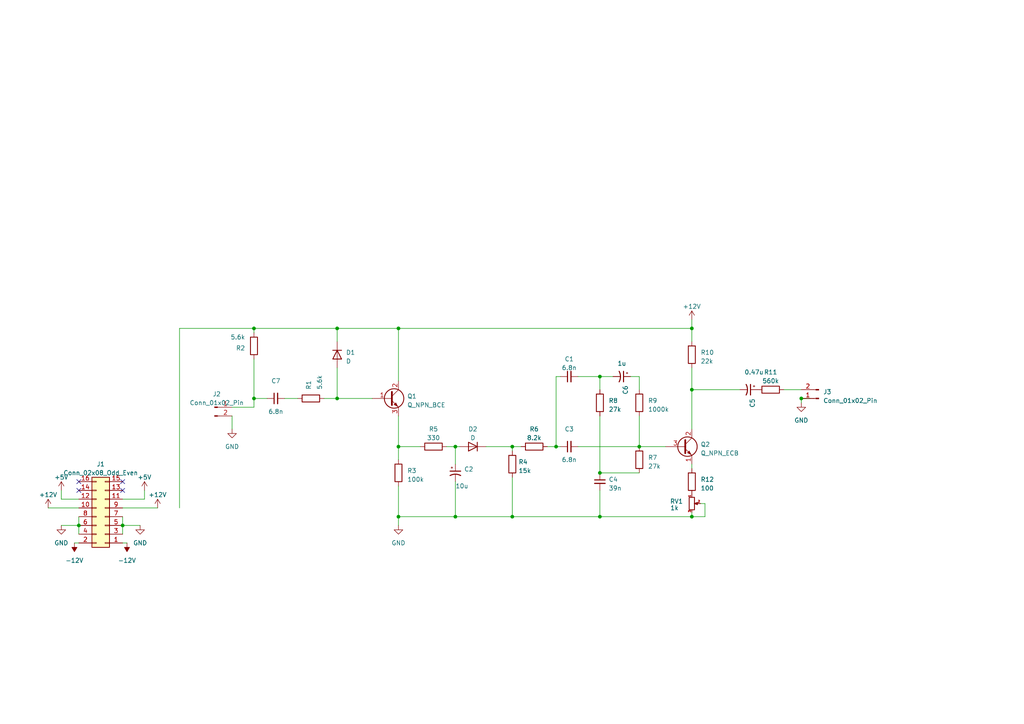
<source format=kicad_sch>
(kicad_sch (version 20230121) (generator eeschema)
  (paper "A4")
  (lib_symbols
    (symbol "Connector:Conn_01x02_Pin" (pin_names (offset 1.016) hide)
      (property "Reference" "J" (at 0 2.54 0))
      (property "Value" "Conn_01x02_Pin" (at 0 -5.08 0))
      (symbol "Conn_01x02_Pin_1_1"
        (polyline (pts (xy 1.27 -2.54) (xy 0.8636 -2.54)) (stroke (width 0.1524)))
        (polyline (pts (xy 1.27 0) (xy 0.8636 0)) (stroke (width 0.1524)))
        (rectangle (start 0.8636 -2.413) (end 0 -2.667) (stroke (width 0.1524)) (fill (type outline)))
        (rectangle (start 0.8636 0.127) (end 0 -0.127) (stroke (width 0.1524)) (fill (type outline)))
        (pin passive line (at 5.08 0 180) (length 3.81) (name "Pin_1") (number "1"))
        (pin passive line (at 5.08 -2.54 180) (length 3.81) (name "Pin_2") (number "2"))
      )
    )
    (symbol "Connector_Generic:Conn_02x08_Odd_Even" (pin_names (offset 1.016) hide)
      (property "Reference" "J" (at 1.27 10.16 0))
      (property "Value" "Conn_02x08_Odd_Even" (at 1.27 -12.7 0))
      (symbol "Conn_02x08_Odd_Even_1_1"
        (rectangle (start -1.27 -10.033) (end 0 -10.287) (stroke (width 0.1524)))
        (rectangle (start -1.27 -7.493) (end 0 -7.747) (stroke (width 0.1524)))
        (rectangle (start -1.27 -4.953) (end 0 -5.207) (stroke (width 0.1524)))
        (rectangle (start -1.27 -2.413) (end 0 -2.667) (stroke (width 0.1524)))
        (rectangle (start -1.27 0.127) (end 0 -0.127) (stroke (width 0.1524)))
        (rectangle (start -1.27 2.667) (end 0 2.413) (stroke (width 0.1524)))
        (rectangle (start -1.27 5.207) (end 0 4.953) (stroke (width 0.1524)))
        (rectangle (start -1.27 7.747) (end 0 7.493) (stroke (width 0.1524)))
        (rectangle (start -1.27 8.89) (end 3.81 -11.43) (stroke (width 0.254)) (fill (type background)))
        (rectangle (start 3.81 -10.033) (end 2.54 -10.287) (stroke (width 0.1524)))
        (rectangle (start 3.81 -7.493) (end 2.54 -7.747) (stroke (width 0.1524)))
        (rectangle (start 3.81 -4.953) (end 2.54 -5.207) (stroke (width 0.1524)))
        (rectangle (start 3.81 -2.413) (end 2.54 -2.667) (stroke (width 0.1524)))
        (rectangle (start 3.81 0.127) (end 2.54 -0.127) (stroke (width 0.1524)))
        (rectangle (start 3.81 2.667) (end 2.54 2.413) (stroke (width 0.1524)))
        (rectangle (start 3.81 5.207) (end 2.54 4.953) (stroke (width 0.1524)))
        (rectangle (start 3.81 7.747) (end 2.54 7.493) (stroke (width 0.1524)))
        (pin passive line (at -5.08 7.62 0) (length 3.81) (name "Pin_1") (number "1"))
        (pin passive line (at 7.62 -2.54 180) (length 3.81) (name "Pin_10") (number "10"))
        (pin passive line (at -5.08 -5.08 0) (length 3.81) (name "Pin_11") (number "11"))
        (pin passive line (at 7.62 -5.08 180) (length 3.81) (name "Pin_12") (number "12"))
        (pin passive line (at -5.08 -7.62 0) (length 3.81) (name "Pin_13") (number "13"))
        (pin passive line (at 7.62 -7.62 180) (length 3.81) (name "Pin_14") (number "14"))
        (pin passive line (at -5.08 -10.16 0) (length 3.81) (name "Pin_15") (number "15"))
        (pin passive line (at 7.62 -10.16 180) (length 3.81) (name "Pin_16") (number "16"))
        (pin passive line (at 7.62 7.62 180) (length 3.81) (name "Pin_2") (number "2"))
        (pin passive line (at -5.08 5.08 0) (length 3.81) (name "Pin_3") (number "3"))
        (pin passive line (at 7.62 5.08 180) (length 3.81) (name "Pin_4") (number "4"))
        (pin passive line (at -5.08 2.54 0) (length 3.81) (name "Pin_5") (number "5"))
        (pin passive line (at 7.62 2.54 180) (length 3.81) (name "Pin_6") (number "6"))
        (pin passive line (at -5.08 0 0) (length 3.81) (name "Pin_7") (number "7"))
        (pin passive line (at 7.62 0 180) (length 3.81) (name "Pin_8") (number "8"))
        (pin passive line (at -5.08 -2.54 0) (length 3.81) (name "Pin_9") (number "9"))
      )
    )
    (symbol "Device:C_Polarized_Small_US" (pin_numbers hide) (pin_names (offset 0.254) hide)
      (property "Reference" "C" (at 0.254 1.778 0))
      (property "Value" "C_Polarized_Small_US" (at 0.254 -2.032 0))
      (symbol "C_Polarized_Small_US_0_1"
        (polyline (pts (xy -1.524 0.508) (xy 1.524 0.508)) (stroke (width 0.3048)))
        (polyline (pts (xy -1.27 1.524) (xy -0.762 1.524)))
        (polyline (pts (xy -1.016 1.27) (xy -1.016 1.778)))
        (arc (start 1.524 -0.762) (mid 0 -0.3734) (end -1.524 -0.762) (stroke (width 0.3048)))
      )
      (symbol "C_Polarized_Small_US_1_1"
        (pin passive line (at 0 2.54 270) (length 2.032) (name "~") (number "1"))
        (pin passive line (at 0 -2.54 90) (length 2.032) (name "~") (number "2"))
      )
    )
    (symbol "Device:C_Small" (pin_numbers hide) (pin_names (offset 0.254) hide)
      (property "Reference" "C" (at 0.254 1.778 0))
      (property "Value" "C_Small" (at 0.254 -2.032 0))
      (symbol "C_Small_0_1"
        (polyline (pts (xy -1.524 -0.508) (xy 1.524 -0.508)) (stroke (width 0.3302)))
        (polyline (pts (xy -1.524 0.508) (xy 1.524 0.508)) (stroke (width 0.3048)))
      )
      (symbol "C_Small_1_1"
        (pin passive line (at 0 2.54 270) (length 2.032) (name "~") (number "1"))
        (pin passive line (at 0 -2.54 90) (length 2.032) (name "~") (number "2"))
      )
    )
    (symbol "Device:D" (pin_numbers hide) (pin_names (offset 1.016) hide)
      (property "Reference" "D" (at 0 2.54 0))
      (property "Value" "D" (at 0 -2.54 0))
      (symbol "D_0_1"
        (polyline (pts (xy -1.27 1.27) (xy -1.27 -1.27)) (stroke (width 0.254)))
        (polyline (pts (xy 1.27 0) (xy -1.27 0)))
        (polyline (pts (xy 1.27 1.27) (xy 1.27 -1.27) (xy -1.27 0) (xy 1.27 1.27)) (stroke (width 0.254)))
      )
      (symbol "D_1_1"
        (pin passive line (at -3.81 0 0) (length 2.54) (name "K") (number "1"))
        (pin passive line (at 3.81 0 180) (length 2.54) (name "A") (number "2"))
      )
    )
    (symbol "Device:Q_NPN_BCE" (pin_names (offset 0) hide)
      (property "Reference" "Q" (at 5.08 1.27 0))
      (property "Value" "Q_NPN_BCE" (at 5.08 -1.27 0))
      (symbol "Q_NPN_BCE_0_1"
        (polyline (pts (xy 0.635 0.635) (xy 2.54 2.54)))
        (polyline (pts (xy 0.635 -0.635) (xy 2.54 -2.54) (xy 2.54 -2.54)))
        (polyline (pts (xy 0.635 1.905) (xy 0.635 -1.905) (xy 0.635 -1.905)) (stroke (width 0.508)))
        (polyline (pts (xy 1.27 -1.778) (xy 1.778 -1.27) (xy 2.286 -2.286) (xy 1.27 -1.778) (xy 1.27 -1.778)) (fill (type outline)))
        (circle (center 1.27 0) (radius 2.8194) (stroke (width 0.254)))
      )
      (symbol "Q_NPN_BCE_1_1"
        (pin input line (at -5.08 0 0) (length 5.715) (name "B") (number "1"))
        (pin passive line (at 2.54 5.08 270) (length 2.54) (name "C") (number "2"))
        (pin passive line (at 2.54 -5.08 90) (length 2.54) (name "E") (number "3"))
      )
    )
    (symbol "Device:Q_NPN_ECB" (pin_names (offset 0) hide)
      (property "Reference" "Q" (at 5.08 1.27 0))
      (property "Value" "Q_NPN_ECB" (at 5.08 -1.27 0))
      (symbol "Q_NPN_ECB_0_1"
        (polyline (pts (xy 0.635 0.635) (xy 2.54 2.54)))
        (polyline (pts (xy 0.635 -0.635) (xy 2.54 -2.54) (xy 2.54 -2.54)))
        (polyline (pts (xy 0.635 1.905) (xy 0.635 -1.905) (xy 0.635 -1.905)) (stroke (width 0.508)))
        (polyline (pts (xy 1.27 -1.778) (xy 1.778 -1.27) (xy 2.286 -2.286) (xy 1.27 -1.778) (xy 1.27 -1.778)) (fill (type outline)))
        (circle (center 1.27 0) (radius 2.8194) (stroke (width 0.254)))
      )
      (symbol "Q_NPN_ECB_1_1"
        (pin passive line (at 2.54 -5.08 90) (length 2.54) (name "E") (number "1"))
        (pin passive line (at 2.54 5.08 270) (length 2.54) (name "C") (number "2"))
        (pin passive line (at -5.08 0 0) (length 5.715) (name "B") (number "3"))
      )
    )
    (symbol "Device:R" (pin_numbers hide) (pin_names (offset 0))
      (property "Reference" "R" (at 2.032 0 90))
      (property "Value" "R" (at 0 0 90))
      (symbol "R_0_1"
        (rectangle (start -1.016 -2.54) (end 1.016 2.54) (stroke (width 0.254)))
      )
      (symbol "R_1_1"
        (pin passive line (at 0 3.81 270) (length 1.27) (name "~") (number "1"))
        (pin passive line (at 0 -3.81 90) (length 1.27) (name "~") (number "2"))
      )
    )
    (symbol "Device:R_Potentiometer_Small" (pin_names (offset 1.016) hide)
      (property "Reference" "RV" (at -4.445 0 90))
      (property "Value" "R_Potentiometer_Small" (at -2.54 0 90))
      (symbol "R_Potentiometer_Small_0_1"
        (polyline (pts (xy 0.889 0) (xy 0.635 0) (xy 1.651 0.381) (xy 1.651 -0.381) (xy 0.635 0) (xy 0.889 0)) (fill (type outline)))
        (rectangle (start 0.762 1.8034) (end -0.762 -1.8034) (stroke (width 0.254)))
      )
      (symbol "R_Potentiometer_Small_1_1"
        (pin passive line (at 0 2.54 270) (length 0.635) (name "1") (number "1"))
        (pin passive line (at 2.54 0 180) (length 0.9906) (name "2") (number "2"))
        (pin passive line (at 0 -2.54 90) (length 0.635) (name "3") (number "3"))
      )
    )
    (symbol "power:+12V" (power) (pin_names (offset 0))
      (property "Value" "+12V" (at 0 3.556 0))
      (symbol "+12V_0_1"
        (polyline (pts (xy -0.762 1.27) (xy 0 2.54)))
        (polyline (pts (xy 0 0) (xy 0 2.54)))
        (polyline (pts (xy 0 2.54) (xy 0.762 1.27)))
      )
      (symbol "+12V_1_1"
        (pin power_in line (at 0 0 90) (length 0) hide (name "+12V") (number "1"))
      )
    )
    (symbol "power:+5V" (power) (pin_names (offset 0))
      (property "Value" "+5V" (at 0 3.556 0))
      (symbol "+5V_0_1"
        (polyline (pts (xy -0.762 1.27) (xy 0 2.54)))
        (polyline (pts (xy 0 0) (xy 0 2.54)))
        (polyline (pts (xy 0 2.54) (xy 0.762 1.27)))
      )
      (symbol "+5V_1_1"
        (pin power_in line (at 0 0 90) (length 0) hide (name "+5V") (number "1"))
      )
    )
    (symbol "power:-12V" (power) (pin_names (offset 0))
      (property "Value" "-12V" (at 0 3.81 0))
      (symbol "-12V_0_0"
        (pin power_in line (at 0 0 90) (length 0) hide (name "-12V") (number "1"))
      )
      (symbol "-12V_0_1"
        (polyline (pts (xy 0 0) (xy 0 1.27) (xy 0.762 1.27) (xy 0 2.54) (xy -0.762 1.27) (xy 0 1.27)) (fill (type outline)))
      )
    )
    (symbol "power:GND" (power) (pin_names (offset 0))
      (property "Value" "GND" (at 0 -3.81 0))
      (symbol "GND_0_1"
        (polyline (pts (xy 0 0) (xy 0 -1.27) (xy 1.27 -1.27) (xy 0 -2.54) (xy -1.27 -1.27) (xy 0 -1.27)))
      )
      (symbol "GND_1_1"
        (pin power_in line (at 0 0 270) (length 0) hide (name "GND") (number "1"))
      )
    )
  )
  (junction (at 148.59 129.54))
  (junction (at 115.57 149.86))
  (junction (at 148.59 149.86))
  (junction (at 35.56 152.4))
  (junction (at 115.57 129.54))
  (junction (at 97.79 95.25))
  (junction (at 173.99 109.22))
  (junction (at 200.66 149.86))
  (junction (at 73.66 115.57))
  (junction (at 22.86 152.4))
  (junction (at 173.99 137.16))
  (junction (at 73.66 95.25))
  (junction (at 132.08 129.54))
  (junction (at 97.79 115.57))
  (junction (at 200.66 113.03))
  (junction (at 115.57 95.25))
  (junction (at 200.66 95.25))
  (junction (at 173.99 149.86))
  (junction (at 232.41 115.57))
  (junction (at 185.42 129.54))
  (junction (at 161.29 129.54))
  (junction (at 132.08 149.86))
  (no_connect (at 22.86 139.7))
  (no_connect (at 35.56 139.7))
  (no_connect (at 35.56 142.24))
  (no_connect (at 22.86 142.24))
  (wire (pts (xy 234.95 115.57) (xy 232.41 115.57)))
  (wire (pts (xy 203.2 146.05) (xy 204.47 146.05)))
  (wire (pts (xy 132.08 139.7) (xy 132.08 149.86)))
  (wire (pts (xy 22.86 152.4) (xy 22.86 154.94)))
  (wire (pts (xy 173.99 109.22) (xy 177.8 109.22)))
  (wire (pts (xy 140.97 129.54) (xy 148.59 129.54)))
  (wire (pts (xy 148.59 149.86) (xy 173.99 149.86)))
  (wire (pts (xy 82.55 115.57) (xy 86.36 115.57)))
  (wire (pts (xy 148.59 138.43) (xy 148.59 149.86)))
  (wire (pts (xy 73.66 118.11) (xy 73.66 115.57)))
  (wire (pts (xy 17.78 144.78) (xy 22.86 144.78)))
  (wire (pts (xy 21.59 157.48) (xy 22.86 157.48)))
  (wire (pts (xy 115.57 120.65) (xy 115.57 129.54)))
  (wire (pts (xy 13.97 147.32) (xy 22.86 147.32)))
  (wire (pts (xy 173.99 113.03) (xy 173.99 109.22)))
  (wire (pts (xy 115.57 95.25) (xy 115.57 110.49)))
  (wire (pts (xy 173.99 120.65) (xy 173.99 137.16)))
  (wire (pts (xy 132.08 149.86) (xy 148.59 149.86)))
  (wire (pts (xy 132.08 129.54) (xy 133.35 129.54)))
  (wire (pts (xy 161.29 109.22) (xy 162.56 109.22)))
  (wire (pts (xy 158.75 129.54) (xy 161.29 129.54)))
  (wire (pts (xy 115.57 149.86) (xy 115.57 152.4)))
  (wire (pts (xy 185.42 109.22) (xy 185.42 113.03)))
  (wire (pts (xy 200.66 148.59) (xy 200.66 149.86)))
  (wire (pts (xy 73.66 95.25) (xy 73.66 96.52)))
  (wire (pts (xy 97.79 95.25) (xy 115.57 95.25)))
  (wire (pts (xy 161.29 129.54) (xy 162.56 129.54)))
  (wire (pts (xy 200.66 113.03) (xy 214.63 113.03)))
  (wire (pts (xy 115.57 95.25) (xy 200.66 95.25)))
  (wire (pts (xy 35.56 147.32) (xy 45.72 147.32)))
  (wire (pts (xy 73.66 104.14) (xy 73.66 115.57)))
  (wire (pts (xy 173.99 137.16) (xy 185.42 137.16)))
  (wire (pts (xy 167.64 109.22) (xy 173.99 109.22)))
  (wire (pts (xy 148.59 129.54) (xy 151.13 129.54)))
  (wire (pts (xy 22.86 149.86) (xy 22.86 152.4)))
  (wire (pts (xy 97.79 106.68) (xy 97.79 115.57)))
  (wire (pts (xy 200.66 113.03) (xy 200.66 124.46)))
  (wire (pts (xy 200.66 134.62) (xy 200.66 135.89)))
  (wire (pts (xy 17.78 152.4) (xy 22.86 152.4)))
  (wire (pts (xy 97.79 95.25) (xy 73.66 95.25)))
  (wire (pts (xy 52.07 95.25) (xy 73.66 95.25)))
  (wire (pts (xy 35.56 152.4) (xy 40.64 152.4)))
  (wire (pts (xy 115.57 133.35) (xy 115.57 129.54)))
  (wire (pts (xy 204.47 149.86) (xy 204.47 146.05)))
  (wire (pts (xy 132.08 129.54) (xy 132.08 134.62)))
  (wire (pts (xy 200.66 92.71) (xy 200.66 95.25)))
  (wire (pts (xy 148.59 129.54) (xy 148.59 130.81)))
  (wire (pts (xy 52.07 147.32) (xy 52.07 95.25)))
  (wire (pts (xy 129.54 129.54) (xy 132.08 129.54)))
  (wire (pts (xy 200.66 106.68) (xy 200.66 113.03)))
  (wire (pts (xy 200.66 95.25) (xy 200.66 99.06)))
  (wire (pts (xy 227.33 113.03) (xy 232.41 113.03)))
  (wire (pts (xy 41.91 144.78) (xy 41.91 142.24)))
  (wire (pts (xy 35.56 149.86) (xy 35.56 152.4)))
  (wire (pts (xy 35.56 152.4) (xy 35.56 154.94)))
  (wire (pts (xy 35.56 144.78) (xy 41.91 144.78)))
  (wire (pts (xy 167.64 129.54) (xy 185.42 129.54)))
  (wire (pts (xy 67.31 118.11) (xy 73.66 118.11)))
  (wire (pts (xy 185.42 120.65) (xy 185.42 129.54)))
  (wire (pts (xy 115.57 129.54) (xy 121.92 129.54)))
  (wire (pts (xy 35.56 157.48) (xy 36.83 157.48)))
  (wire (pts (xy 232.41 115.57) (xy 232.41 116.84)))
  (wire (pts (xy 115.57 140.97) (xy 115.57 149.86)))
  (wire (pts (xy 185.42 129.54) (xy 193.04 129.54)))
  (wire (pts (xy 97.79 99.06) (xy 97.79 95.25)))
  (wire (pts (xy 17.78 142.24) (xy 17.78 144.78)))
  (wire (pts (xy 182.88 109.22) (xy 185.42 109.22)))
  (wire (pts (xy 161.29 129.54) (xy 161.29 109.22)))
  (wire (pts (xy 200.66 149.86) (xy 204.47 149.86)))
  (wire (pts (xy 77.47 115.57) (xy 73.66 115.57)))
  (wire (pts (xy 173.99 149.86) (xy 200.66 149.86)))
  (wire (pts (xy 173.99 142.24) (xy 173.99 149.86)))
  (wire (pts (xy 93.98 115.57) (xy 97.79 115.57)))
  (wire (pts (xy 115.57 149.86) (xy 132.08 149.86)))
  (wire (pts (xy 97.79 115.57) (xy 107.95 115.57)))
  (wire (pts (xy 67.31 120.65) (xy 67.31 124.46)))
  (symbol (lib_id "Connector_Generic:Conn_02x08_Odd_Even") (at 30.48 149.86 180) (unit 1)
    (property "Reference" "J1" (at 29.21 134.62 0))
    (property "Value" "Conn_02x08_Odd_Even" (at 29.21 137.16 0))
    (property "Footprint" "Connector_IDC:IDC-Header_2x08_P2.54mm_Vertical_SMD" (effects hide))
  )
  (symbol (lib_id "Device:C_Small") (at 165.1 129.54 90) (unit 1)
    (property "Reference" "C3" (at 165.1063 124.46 90))
    (property "Value" "6.8n" (at 165.1 133.35 90))
    (property "Footprint" "Capacitor_SMD:C_1206_3216Metric_Pad1.33x1.80mm_HandSolder" (effects hide))
  )
  (symbol (lib_id "Device:D") (at 137.16 129.54 180) (unit 1)
    (property "Reference" "D2" (at 137.16 124.46 0))
    (property "Value" "D" (at 137.16 127 0))
    (property "Footprint" "Diode_SMD:D_1206_3216Metric_Pad1.42x1.75mm_HandSolder" (effects hide))
    (property "Sim.Device" "D" (effects hide))
    (property "Sim.Pins" "1=K 2=A" (effects hide))
  )
  (symbol (lib_id "Device:R") (at 185.42 116.84 0) (unit 1)
    (property "Reference" "R9" (at 187.96 116.205 0) (effects (justify left)))
    (property "Value" "1000k" (at 187.96 118.745 0) (effects (justify left)))
    (property "Footprint" "Resistor_SMD:R_1206_3216Metric_Pad1.30x1.75mm_HandSolder" (effects hide))
  )
  (symbol (lib_id "Device:C_Polarized_Small_US") (at 132.08 137.16 0) (unit 1)
    (property "Reference" "C2" (at 134.62 136.0932 0) (effects (justify left)))
    (property "Value" "10u" (at 132.08 140.97 0) (effects (justify left)))
    (property "Footprint" "Capacitor_SMD:C_1206_3216Metric_Pad1.33x1.80mm_HandSolder" (effects hide))
  )
  (symbol (lib_id "power:GND") (at 40.64 152.4 0) (unit 1)
    (property "Reference" "#PWR04" (effects hide))
    (property "Value" "GND" (at 40.64 157.48 0))
  )
  (symbol (lib_id "power:-12V") (at 21.59 157.48 180) (unit 1)
    (property "Reference" "#PWR01" (effects hide))
    (property "Value" "-12V" (at 21.59 162.56 0))
  )
  (symbol (lib_id "Device:R") (at 73.66 100.33 180) (unit 1)
    (property "Reference" "R2" (at 71.12 100.965 0) (effects (justify left)))
    (property "Value" "5.6k" (at 71.12 97.79 0) (effects (justify left)))
    (property "Footprint" "Resistor_SMD:R_1206_3216Metric_Pad1.30x1.75mm_HandSolder" (effects hide))
  )
  (symbol (lib_id "Device:C_Small") (at 165.1 109.22 90) (unit 1)
    (property "Reference" "C1" (at 165.1063 104.14 90))
    (property "Value" "6.8n" (at 165.1063 106.68 90))
    (property "Footprint" "Capacitor_SMD:C_1206_3216Metric_Pad1.33x1.80mm_HandSolder" (effects hide))
  )
  (symbol (lib_id "Device:Q_NPN_BCE") (at 113.03 115.57 0) (unit 1)
    (property "Reference" "Q1" (at 118.11 114.935 0) (effects (justify left)))
    (property "Value" "Q_NPN_BCE" (at 118.11 117.475 0) (effects (justify left)))
    (property "Footprint" "Package_TO_SOT_SMD:SOT-23-3" (effects hide))
  )
  (symbol (lib_id "power:GND") (at 232.41 116.84 0) (unit 1)
    (property "Reference" "#PWR011" (effects hide))
    (property "Value" "GND" (at 232.41 121.92 0))
  )
  (symbol (lib_id "Device:R_Potentiometer_Small") (at 200.66 146.05 0) (unit 1)
    (property "Reference" "RV1" (at 198.12 145.415 0) (effects (justify right)))
    (property "Value" "1k" (at 196.85 147.32 0) (effects (justify right)))
    (property "Footprint" "Connector_JST:JST_XH_B3B-XH-A_1x03_P2.50mm_Vertical" (effects hide))
  )
  (symbol (lib_id "power:+12V") (at 13.97 147.32 0) (unit 1)
    (property "Reference" "#PWR06" (effects hide))
    (property "Value" "+12V" (at 13.97 143.51 0))
  )
  (symbol (lib_id "Device:C_Polarized_Small_US") (at 180.34 109.22 270) (unit 1)
    (property "Reference" "C6" (at 181.4068 111.76 0) (effects (justify left)))
    (property "Value" "1u" (at 179.07 105.41 90) (effects (justify left)))
    (property "Footprint" "Capacitor_SMD:C_1206_3216Metric_Pad1.33x1.80mm_HandSolder" (effects hide))
  )
  (symbol (lib_id "power:+12V") (at 45.72 147.32 0) (unit 1)
    (property "Reference" "#PWR07" (effects hide))
    (property "Value" "+12V" (at 45.72 143.51 0))
  )
  (symbol (lib_id "Connector:Conn_01x02_Pin") (at 237.49 115.57 180) (unit 1)
    (property "Reference" "J3" (at 238.76 113.665 0) (effects (justify right)))
    (property "Value" "Conn_01x02_Pin" (at 238.76 116.205 0) (effects (justify right)))
    (property "Footprint" "Connector_JST:JST_EH_B2B-EH-A_1x02_P2.50mm_Vertical" (effects hide))
  )
  (symbol (lib_id "Device:R") (at 200.66 102.87 0) (unit 1)
    (property "Reference" "R10" (at 203.2 102.235 0) (effects (justify left)))
    (property "Value" "22k" (at 203.2 104.775 0) (effects (justify left)))
    (property "Footprint" "Resistor_SMD:R_1206_3216Metric_Pad1.30x1.75mm_HandSolder" (effects hide))
  )
  (symbol (lib_id "Device:C_Polarized_Small_US") (at 217.17 113.03 270) (unit 1)
    (property "Reference" "C5" (at 218.2368 115.57 0) (effects (justify left)))
    (property "Value" "0.47u" (at 215.9 107.95 90) (effects (justify left)))
    (property "Footprint" "Capacitor_SMD:C_1206_3216Metric_Pad1.33x1.80mm_HandSolder" (effects hide))
  )
  (symbol (lib_id "power:+5V") (at 17.78 142.24 0) (unit 1)
    (property "Reference" "#PWR09" (effects hide))
    (property "Value" "+5V" (at 17.78 138.43 0))
  )
  (symbol (lib_id "Device:R") (at 154.94 129.54 90) (unit 1)
    (property "Reference" "R6" (at 154.94 124.46 90))
    (property "Value" "8.2k" (at 154.94 127 90))
    (property "Footprint" "Resistor_SMD:R_1206_3216Metric_Pad1.30x1.75mm_HandSolder" (effects hide))
  )
  (symbol (lib_id "Device:R") (at 125.73 129.54 90) (unit 1)
    (property "Reference" "R5" (at 125.73 124.46 90))
    (property "Value" "330" (at 125.73 127 90))
    (property "Footprint" "Resistor_SMD:R_1206_3216Metric_Pad1.30x1.75mm_HandSolder" (effects hide))
  )
  (symbol (lib_id "Device:C_Small") (at 173.99 139.7 0) (unit 1)
    (property "Reference" "C4" (at 176.53 139.0713 0) (effects (justify left)))
    (property "Value" "39n" (at 176.53 141.6113 0) (effects (justify left)))
    (property "Footprint" "Capacitor_SMD:C_1206_3216Metric_Pad1.33x1.80mm_HandSolder" (effects hide))
  )
  (symbol (lib_id "power:GND") (at 115.57 152.4 0) (unit 1)
    (property "Reference" "#PWR012" (effects hide))
    (property "Value" "GND" (at 115.57 157.48 0))
  )
  (symbol (lib_id "Device:R") (at 223.52 113.03 90) (unit 1)
    (property "Reference" "R11" (at 223.52 107.95 90))
    (property "Value" "560k" (at 223.52 110.49 90))
    (property "Footprint" "Resistor_SMD:R_1206_3216Metric_Pad1.30x1.75mm_HandSolder" (effects hide))
  )
  (symbol (lib_id "power:GND") (at 67.31 124.46 0) (unit 1)
    (property "Reference" "#PWR02" (effects hide))
    (property "Value" "GND" (at 67.31 129.54 0))
  )
  (symbol (lib_id "Device:R") (at 200.66 139.7 0) (unit 1)
    (property "Reference" "R12" (at 203.2 139.065 0) (effects (justify left)))
    (property "Value" "100" (at 203.2 141.605 0) (effects (justify left)))
    (property "Footprint" "Resistor_SMD:R_1206_3216Metric_Pad1.30x1.75mm_HandSolder" (effects hide))
  )
  (symbol (lib_id "power:+5V") (at 41.91 142.24 0) (unit 1)
    (property "Reference" "#PWR08" (effects hide))
    (property "Value" "+5V" (at 41.91 138.43 0))
  )
  (symbol (lib_id "Device:R") (at 185.42 133.35 0) (unit 1)
    (property "Reference" "R7" (at 187.96 132.715 0) (effects (justify left)))
    (property "Value" "27k" (at 187.96 135.255 0) (effects (justify left)))
    (property "Footprint" "Resistor_SMD:R_1206_3216Metric_Pad1.30x1.75mm_HandSolder" (effects hide))
  )
  (symbol (lib_id "power:-12V") (at 36.83 157.48 180) (unit 1)
    (property "Reference" "#PWR03" (effects hide))
    (property "Value" "-12V" (at 36.83 162.56 0))
  )
  (symbol (lib_id "power:+12V") (at 200.66 92.71 0) (unit 1)
    (property "Reference" "#PWR010" (effects hide))
    (property "Value" "+12V" (at 200.66 88.9 0))
  )
  (symbol (lib_id "Device:R") (at 115.57 137.16 0) (unit 1)
    (property "Reference" "R3" (at 118.11 136.525 0) (effects (justify left)))
    (property "Value" "100k" (at 118.11 139.065 0) (effects (justify left)))
    (property "Footprint" "Resistor_SMD:R_1206_3216Metric_Pad1.30x1.75mm_HandSolder" (effects hide))
  )
  (symbol (lib_id "Connector:Conn_01x02_Pin") (at 62.23 118.11 0) (unit 1)
    (property "Reference" "J2" (at 62.865 114.3 0))
    (property "Value" "Conn_01x02_Pin" (at 62.865 116.84 0))
    (property "Footprint" "Connector_JST:JST_EH_B2B-EH-A_1x02_P2.50mm_Vertical" (effects hide))
  )
  (symbol (lib_id "Device:C_Small") (at 80.01 115.57 90) (unit 1)
    (property "Reference" "C7" (at 80.0163 110.49 90))
    (property "Value" "6.8n" (at 80.01 119.38 90))
    (property "Footprint" "Capacitor_SMD:C_1206_3216Metric_Pad1.33x1.80mm_HandSolder" (effects hide))
  )
  (symbol (lib_id "Device:Q_NPN_ECB") (at 198.12 129.54 0) (unit 1)
    (property "Reference" "Q2" (at 203.2 128.905 0) (effects (justify left)))
    (property "Value" "Q_NPN_ECB" (at 203.2 131.445 0) (effects (justify left)))
    (property "Footprint" "Package_TO_SOT_SMD:SOT-23-3" (effects hide))
  )
  (symbol (lib_id "power:GND") (at 17.78 152.4 0) (unit 1)
    (property "Reference" "#PWR05" (effects hide))
    (property "Value" "GND" (at 17.78 157.48 0))
  )
  (symbol (lib_id "Device:R") (at 173.99 116.84 0) (unit 1)
    (property "Reference" "R8" (at 176.53 116.205 0) (effects (justify left)))
    (property "Value" "27k" (at 176.53 118.745 0) (effects (justify left)))
    (property "Footprint" "Resistor_SMD:R_1206_3216Metric_Pad1.30x1.75mm_HandSolder" (effects hide))
  )
  (symbol (lib_id "Device:R") (at 148.59 134.62 0) (unit 1)
    (property "Reference" "R4" (at 150.378 133.985 0) (effects (justify left)))
    (property "Value" "15k" (at 150.378 136.525 0) (effects (justify left)))
    (property "Footprint" "Resistor_SMD:R_1206_3216Metric_Pad1.30x1.75mm_HandSolder" (effects hide))
  )
  (symbol (lib_id "Device:R") (at 90.17 115.57 90) (unit 1)
    (property "Reference" "R1" (at 89.535 113.03 0) (effects (justify left)))
    (property "Value" "5.6k" (at 92.71 113.03 0) (effects (justify left)))
    (property "Footprint" "Resistor_SMD:R_1206_3216Metric_Pad1.30x1.75mm_HandSolder" (effects hide))
  )
  (symbol (lib_id "Device:D") (at 97.79 102.87 270) (unit 1)
    (property "Reference" "D1" (at 100.33 102.235 90) (effects (justify left)))
    (property "Value" "D" (at 100.33 104.775 90) (effects (justify left)))
    (property "Footprint" "Diode_SMD:D_1206_3216Metric_Pad1.42x1.75mm_HandSolder" (effects hide))
    (property "Sim.Device" "D" (effects hide))
    (property "Sim.Pins" "1=K 2=A" (effects hide))
  )
)
</source>
